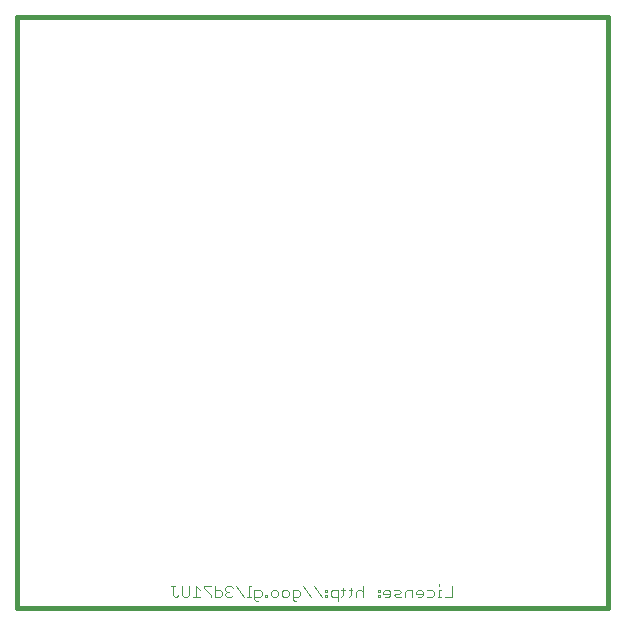
<source format=gbo>
G75*
%MOIN*%
%OFA0B0*%
%FSLAX25Y25*%
%IPPOS*%
%LPD*%
%AMOC8*
5,1,8,0,0,1.08239X$1,22.5*
%
%ADD10C,0.00300*%
%ADD11C,0.01600*%
D10*
X0053673Y0009602D02*
X0053673Y0012635D01*
X0054280Y0012635D02*
X0053066Y0012635D01*
X0053673Y0009602D02*
X0054280Y0008995D01*
X0054886Y0008995D01*
X0055493Y0009602D01*
X0056691Y0009602D02*
X0056691Y0012635D01*
X0059118Y0012635D02*
X0059118Y0009602D01*
X0058511Y0008995D01*
X0057298Y0008995D01*
X0056691Y0009602D01*
X0060317Y0008995D02*
X0062743Y0008995D01*
X0061530Y0008995D02*
X0061530Y0012635D01*
X0062743Y0011422D01*
X0063942Y0012028D02*
X0066368Y0009602D01*
X0066368Y0008995D01*
X0067567Y0008995D02*
X0069387Y0008995D01*
X0069994Y0009602D01*
X0069994Y0010815D01*
X0069387Y0011422D01*
X0067567Y0011422D01*
X0067567Y0012635D02*
X0067567Y0008995D01*
X0071192Y0009602D02*
X0071799Y0008995D01*
X0073012Y0008995D01*
X0073619Y0009602D01*
X0072405Y0010815D02*
X0071799Y0010815D01*
X0071192Y0010208D01*
X0071192Y0009602D01*
X0071799Y0010815D02*
X0071192Y0011422D01*
X0071192Y0012028D01*
X0071799Y0012635D01*
X0073012Y0012635D01*
X0073619Y0012028D01*
X0074817Y0012635D02*
X0077244Y0008995D01*
X0078447Y0008995D02*
X0079661Y0008995D01*
X0079054Y0008995D02*
X0079054Y0012635D01*
X0079661Y0012635D01*
X0080859Y0011422D02*
X0082679Y0011422D01*
X0083286Y0010815D01*
X0083286Y0009602D01*
X0082679Y0008995D01*
X0080859Y0008995D01*
X0080859Y0008388D02*
X0080859Y0011422D01*
X0080859Y0008388D02*
X0081466Y0007781D01*
X0082072Y0007781D01*
X0084492Y0008995D02*
X0085098Y0008995D01*
X0085098Y0009602D01*
X0084492Y0009602D01*
X0084492Y0008995D01*
X0086297Y0009602D02*
X0086297Y0010815D01*
X0086903Y0011422D01*
X0088117Y0011422D01*
X0088723Y0010815D01*
X0088723Y0009602D01*
X0088117Y0008995D01*
X0086903Y0008995D01*
X0086297Y0009602D01*
X0089922Y0009602D02*
X0089922Y0010815D01*
X0090529Y0011422D01*
X0091742Y0011422D01*
X0092349Y0010815D01*
X0092349Y0009602D01*
X0091742Y0008995D01*
X0090529Y0008995D01*
X0089922Y0009602D01*
X0093547Y0008995D02*
X0095367Y0008995D01*
X0095974Y0009602D01*
X0095974Y0010815D01*
X0095367Y0011422D01*
X0093547Y0011422D01*
X0093547Y0008388D01*
X0094154Y0007781D01*
X0094760Y0007781D01*
X0099599Y0008995D02*
X0097172Y0012635D01*
X0100797Y0012635D02*
X0103224Y0008995D01*
X0104430Y0008995D02*
X0105037Y0008995D01*
X0105037Y0009602D01*
X0104430Y0009602D01*
X0104430Y0008995D01*
X0104430Y0010815D02*
X0105037Y0010815D01*
X0105037Y0011422D01*
X0104430Y0011422D01*
X0104430Y0010815D01*
X0106235Y0010815D02*
X0106235Y0009602D01*
X0106842Y0008995D01*
X0108662Y0008995D01*
X0109865Y0008995D02*
X0110472Y0009602D01*
X0110472Y0012028D01*
X0111078Y0011422D02*
X0109865Y0011422D01*
X0108662Y0011422D02*
X0106842Y0011422D01*
X0106235Y0010815D01*
X0108662Y0011422D02*
X0108662Y0007781D01*
X0112282Y0008995D02*
X0112888Y0009602D01*
X0112888Y0012028D01*
X0113495Y0011422D02*
X0112282Y0011422D01*
X0114694Y0010815D02*
X0114694Y0008995D01*
X0114694Y0010815D02*
X0115300Y0011422D01*
X0116514Y0011422D01*
X0117120Y0010815D01*
X0117120Y0012635D02*
X0117120Y0008995D01*
X0121951Y0008995D02*
X0122558Y0008995D01*
X0122558Y0009602D01*
X0121951Y0009602D01*
X0121951Y0008995D01*
X0121951Y0010815D02*
X0122558Y0010815D01*
X0122558Y0011422D01*
X0121951Y0011422D01*
X0121951Y0010815D01*
X0123756Y0010815D02*
X0123756Y0010208D01*
X0126183Y0010208D01*
X0126183Y0009602D02*
X0126183Y0010815D01*
X0125576Y0011422D01*
X0124363Y0011422D01*
X0123756Y0010815D01*
X0124363Y0008995D02*
X0125576Y0008995D01*
X0126183Y0009602D01*
X0127382Y0009602D02*
X0127988Y0010208D01*
X0129202Y0010208D01*
X0129808Y0010815D01*
X0129202Y0011422D01*
X0127382Y0011422D01*
X0127382Y0009602D02*
X0127988Y0008995D01*
X0129808Y0008995D01*
X0131007Y0008995D02*
X0131007Y0010815D01*
X0131613Y0011422D01*
X0133433Y0011422D01*
X0133433Y0008995D01*
X0134632Y0010208D02*
X0137059Y0010208D01*
X0137059Y0009602D02*
X0137059Y0010815D01*
X0136452Y0011422D01*
X0135238Y0011422D01*
X0134632Y0010815D01*
X0134632Y0010208D01*
X0135238Y0008995D02*
X0136452Y0008995D01*
X0137059Y0009602D01*
X0138257Y0008995D02*
X0140077Y0008995D01*
X0140684Y0009602D01*
X0140684Y0010815D01*
X0140077Y0011422D01*
X0138257Y0011422D01*
X0141887Y0008995D02*
X0143100Y0008995D01*
X0142494Y0008995D02*
X0142494Y0011422D01*
X0143100Y0011422D01*
X0142494Y0012635D02*
X0142494Y0013242D01*
X0146726Y0012635D02*
X0146726Y0008995D01*
X0144299Y0008995D01*
X0066368Y0012635D02*
X0063942Y0012635D01*
X0063942Y0012028D01*
D11*
X0001800Y0005476D02*
X0198650Y0005476D01*
X0198650Y0202327D01*
X0001800Y0202327D01*
X0001800Y0005476D01*
M02*

</source>
